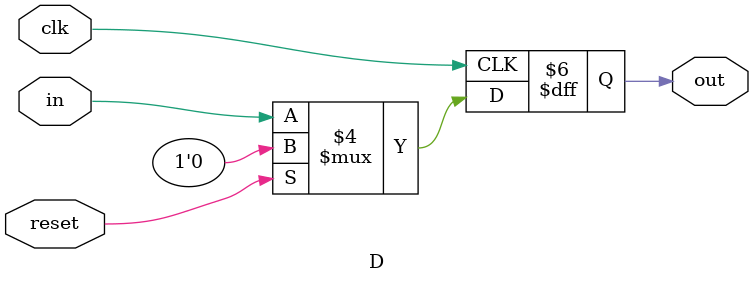
<source format=v>

module crc2(input [31:0] data_in,
input data_in_valid,
input poly_in_valid,
output reg poly_in_ready,
output reg data_in_ready,
output reg outvalid,
input outready,
input reset,
input [5:0] poly,
input clk,
output [4:0] out);
wire t1,t2,t3,t4,t5,t6,t7,t8,t9,t10,t11,t12,t13,t14,t15,t16,t17,t18,t19,t20,t21,t22,t23;
reg [31:0] dbuf;
reg [5:0] gbuf;
reg [4:0] obuf,temp;
reg dreset;
reg din0,din1;
D x0(.clk(clk),.in(t2),.out(t3),.reset(dreset));
D x1(.clk(clk),.in(t4),.out(t5),.reset(dreset));
D x2(.clk(clk),.in(t6),.out(t7),.reset(dreset));
D x3(.clk(clk),.in(t8),.out(t9),.reset(dreset));
D x4(.clk(clk),.in(t10),.out(t11),.reset(dreset));
reg data_flag,poly_flag;
reg[1:0] state,next;
parameter S0=2'd0,S1=2'd1,S2=2'd2,S3=2'd3;

//upper half of polynomial multiplication
assign t12=(t1 & gbuf[1]);
assign t13=(t1 & gbuf[2]);
assign t14=(t1 & gbuf[3]);
assign t15=(t1 & gbuf[4]);

//lower half of polynomial multiplication
assign t16=(t2 & gbuf[1]);
assign t17=(t2 & gbuf[2]);
assign t18=(t2 & gbuf[3]);
assign t19=(t2 & gbuf[4]);

assign t20=t3^t12;
assign t21=t5^t13;
assign t22=t7^t14;
assign t23=t9^t15;
assign t1=t11^din0;

assign t4=t1^t16;
assign t6=t20^t17;
assign t8=t21^t18;
assign t10=t22^t19;
assign t2=t23^din1;

reg [5:0] i;//variable to store count values

//combinational block to calculate next state of system
always@(*)
begin
    case(state)
    
    S0://reset state where inready and outvalid signals are initialized and valid 
    //input message data and polynomial is copied into variable.
    begin
        dreset=1'b1;
        outvalid=1'b0;
        obuf=5'bxxxxx;
        data_in_ready=1'b1;
        poly_in_ready=1'b1;
        dbuf=(data_in_ready & data_in_valid)?data_in:32'hxxxx;
        data_flag=(data_in_ready & data_in_valid)?1'b1:1'b0;//data_flag high when both data_valid and data_ready high
        gbuf=(poly_in_ready & poly_in_valid)?poly:6'bxxxxxx;
        poly_flag=(poly_in_ready & poly_in_valid)?1'b1:1'b0;//poly_flag high when both poly_valid and poly_ready high
        next=(data_flag & poly_flag)?S1:S0;//state changes when both data_flag and poly_flag are high
    end
    
    S1:
    begin
        data_flag=1'b0;
        poly_flag=1'b0;
        data_in_ready=1'b0;
        poly_in_ready=1'b0;
        next=S2;
    end
    
    S2://state in which complete computation of crc is done
    begin
        dreset=1'b0;
        next=(i==6'd16)?S3:S2;
    end
    
    S3://output crc is copied to a variable 
    begin
        temp={t11,t9,t7,t5,t3};
        outvalid=1'b1;
        obuf=(outready & outvalid)?temp:obuf;
        next=(outready & outvalid)?S0:S3;
    end

    // S4://   asserting outvalid signal high and wait for outready signal from the slave block 
    // begin
    //     outvalid=1'b1;
    //     next=(outready & outvalid)?S5:S4;
    // end
    
    // S4://data is put onto the output data bus
    // begin
    //     obuf=temp;
    //     next=S0;
    // end
    default:state=S0;
    endcase
end

//sequential block to change state at clock edge
always@(posedge clk)
begin
    
    if(reset==0)
    state<=S0;
    else
    begin
        if(next==S1)
        i<=0;
        else if(next==S2)
        i<=i+1;
        din0<=dbuf[31-(2*i)];
        din1<=dbuf[31-(2*i+1)];
        state<=next;
    end
end
assign out=(outvalid & outready)?obuf:5'bxxxxx ;

endmodule

//D flop module
module D(input clk,
input reset,
input in,
output out);
reg out;
always@(posedge clk)
begin
    
    if(reset==1)
    out<=1'b0;
    else
    out<=in;
end
endmodule
</source>
